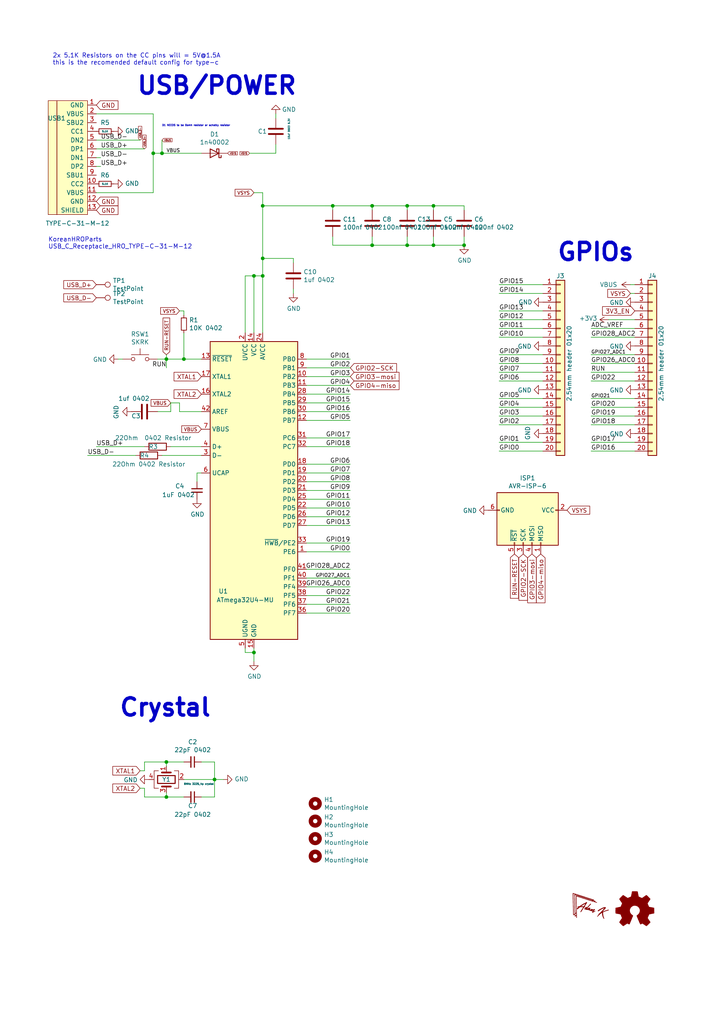
<source format=kicad_sch>
(kicad_sch (version 20211123) (generator eeschema)
  (paper "A4" portrait)
  (title_block (date "2020-12-18"))
  (lib_symbols
    (symbol "Connector:AVR-ISP-6" (pin_names (offset 1.016))
      (property "Reference" "J" (at -6.35 11.43 0))
      (property "Value" "AVR-ISP-6" (at 0 11.43 0))
      (symbol "AVR-ISP-6_1_1"
        (pin passive line (at 10.16 5.08 180) (length 2.54) (name "MISO") (number "1"))
        (pin passive line (at -2.54 12.7 270) (length 2.54) (name "VCC") (number "2"))
        (pin passive line (at 10.16 0 180) (length 2.54) (name "SCK") (number "3"))
        (pin passive line (at 10.16 2.54 180) (length 2.54) (name "MOSI") (number "4"))
        (pin passive line (at 10.16 -2.54 180) (length 2.54) (name "~{RST}") (number "5"))
        (pin passive line (at -2.54 -10.16 90) (length 2.54) (name "GND") (number "6"))
      )
    )
    (symbol "Connector:TestPoint" (pin_numbers hide) (pin_names (offset 0.762) hide)
      (property "Reference" "TP" (at 0 6.858 0))
      (property "Value" "TestPoint" (at 0 5.08 0))
      (symbol "TestPoint_1_1"
        (pin passive line (at 0 0 90) (length 2.54) (name "1") (number "1"))
      )
    )
    (symbol "Connector_Generic:Conn_01x20" (pin_names (offset 1.016) hide)
      (property "Reference" "J" (at 0 25.4 0))
      (property "Value" "Conn_01x20" (at 0 -27.94 0))
      (symbol "Conn_01x20_1_1"
        (pin passive line (at -5.08 22.86 0) (length 3.81) (name "Pin_1") (number "1"))
        (pin passive line (at -5.08 0 0) (length 3.81) (name "Pin_10") (number "10"))
        (pin passive line (at -5.08 -2.54 0) (length 3.81) (name "Pin_11") (number "11"))
        (pin passive line (at -5.08 -5.08 0) (length 3.81) (name "Pin_12") (number "12"))
        (pin passive line (at -5.08 -7.62 0) (length 3.81) (name "Pin_13") (number "13"))
        (pin passive line (at -5.08 -10.16 0) (length 3.81) (name "Pin_14") (number "14"))
        (pin passive line (at -5.08 -12.7 0) (length 3.81) (name "Pin_15") (number "15"))
        (pin passive line (at -5.08 -15.24 0) (length 3.81) (name "Pin_16") (number "16"))
        (pin passive line (at -5.08 -17.78 0) (length 3.81) (name "Pin_17") (number "17"))
        (pin passive line (at -5.08 -20.32 0) (length 3.81) (name "Pin_18") (number "18"))
        (pin passive line (at -5.08 -22.86 0) (length 3.81) (name "Pin_19") (number "19"))
        (pin passive line (at -5.08 20.32 0) (length 3.81) (name "Pin_2") (number "2"))
        (pin passive line (at -5.08 -25.4 0) (length 3.81) (name "Pin_20") (number "20"))
        (pin passive line (at -5.08 17.78 0) (length 3.81) (name "Pin_3") (number "3"))
        (pin passive line (at -5.08 15.24 0) (length 3.81) (name "Pin_4") (number "4"))
        (pin passive line (at -5.08 12.7 0) (length 3.81) (name "Pin_5") (number "5"))
        (pin passive line (at -5.08 10.16 0) (length 3.81) (name "Pin_6") (number "6"))
        (pin passive line (at -5.08 7.62 0) (length 3.81) (name "Pin_7") (number "7"))
        (pin passive line (at -5.08 5.08 0) (length 3.81) (name "Pin_8") (number "8"))
        (pin passive line (at -5.08 2.54 0) (length 3.81) (name "Pin_9") (number "9"))
      )
    )
    (symbol "Device:C" (pin_numbers hide) (pin_names (offset 0.254))
      (property "Reference" "C" (at 0.635 2.54 0))
      (property "Value" "C" (at 0.635 -2.54 0))
      (symbol "C_1_1"
        (pin passive line (at 0 3.81 270) (length 2.794) (name "~") (number "1"))
        (pin passive line (at 0 -3.81 90) (length 2.794) (name "~") (number "2"))
      )
    )
    (symbol "Device:C_Small" (pin_numbers hide) (pin_names (offset 0.254) hide)
      (property "Reference" "C" (at 0.254 1.778 0))
      (property "Value" "C_Small" (at 0.254 -2.032 0))
      (symbol "C_Small_1_1"
        (pin passive line (at 0 2.54 270) (length 2.032) (name "~") (number "1"))
        (pin passive line (at 0 -2.54 90) (length 2.032) (name "~") (number "2"))
      )
    )
    (symbol "Device:Crystal_GND24" (pin_names (offset 1.016) hide)
      (property "Reference" "Y" (at 3.175 5.08 0))
      (property "Value" "Crystal_GND24" (at 3.175 3.175 0))
      (symbol "Crystal_GND24_1_1"
        (pin passive line (at -3.81 0 0) (length 1.27) (name "1") (number "1"))
        (pin passive line (at 0 5.08 270) (length 1.27) (name "2") (number "2"))
        (pin passive line (at 3.81 0 180) (length 1.27) (name "3") (number "3"))
        (pin passive line (at 0 -5.08 90) (length 1.27) (name "4") (number "4"))
      )
    )
    (symbol "Device:D_Schottky" (pin_numbers hide) (pin_names (offset 1.016) hide)
      (property "Reference" "D" (at 0 2.54 0))
      (property "Value" "D_Schottky" (at 0 -2.54 0))
      (symbol "D_Schottky_1_1"
        (pin passive line (at -3.81 0 0) (length 2.54) (name "K") (number "1"))
        (pin passive line (at 3.81 0 180) (length 2.54) (name "A") (number "2"))
      )
    )
    (symbol "Device:R" (pin_numbers hide) (pin_names (offset 0))
      (property "Reference" "R" (at 2.032 0 90))
      (property "Value" "R" (at 0 0 90))
      (symbol "R_1_1"
        (pin passive line (at 0 3.81 270) (length 1.27) (name "~") (number "1"))
        (pin passive line (at 0 -3.81 90) (length 1.27) (name "~") (number "2"))
      )
    )
    (symbol "Device:R_Small" (pin_numbers hide) (pin_names (offset 0.254) hide)
      (property "Reference" "R" (at 0.762 0.508 0))
      (property "Value" "R_Small" (at 0.762 -1.016 0))
      (symbol "R_Small_1_1"
        (pin passive line (at 0 2.54 270) (length 0.762) (name "~") (number "1"))
        (pin passive line (at 0 -2.54 90) (length 0.762) (name "~") (number "2"))
      )
    )
    (symbol "Graphic:Logo_Open_Hardware_Small" (pin_names (offset 1.016)))
    (symbol "MCU_Microchip_ATmega:ATmega32U4-MU"
      (property "Reference" "U" (at -12.7 44.45 0))
      (property "Value" "MCU_Microchip_ATmega_ATmega32U4-MU" (at 2.54 -44.45 0))
      (symbol "ATmega32U4-MU_1_1"
        (pin bidirectional line (at 15.24 -17.78 180) (length 2.54) (name "PE6") (number "1"))
        (pin bidirectional line (at 15.24 33.02 180) (length 2.54) (name "PB2") (number "10"))
        (pin bidirectional line (at 15.24 30.48 180) (length 2.54) (name "PB3") (number "11"))
        (pin bidirectional line (at 15.24 20.32 180) (length 2.54) (name "PB7") (number "12"))
        (pin input line (at -15.24 38.1 0) (length 2.54) (name "~{RESET}") (number "13"))
        (pin power_in line (at 0 45.72 270) (length 2.54) (name "VCC") (number "14"))
        (pin power_in line (at 0 -45.72 90) (length 2.54) (name "GND") (number "15"))
        (pin output line (at -15.24 27.94 0) (length 2.54) (name "XTAL2") (number "16"))
        (pin input line (at -15.24 33.02 0) (length 2.54) (name "XTAL1") (number "17"))
        (pin bidirectional line (at 15.24 7.62 180) (length 2.54) (name "PD0") (number "18"))
        (pin bidirectional line (at 15.24 5.08 180) (length 2.54) (name "PD1") (number "19"))
        (pin power_in line (at -2.54 45.72 270) (length 2.54) (name "UVCC") (number "2"))
        (pin bidirectional line (at 15.24 2.54 180) (length 2.54) (name "PD2") (number "20"))
        (pin bidirectional line (at 15.24 0 180) (length 2.54) (name "PD3") (number "21"))
        (pin bidirectional line (at 15.24 -5.08 180) (length 2.54) (name "PD5") (number "22"))
        (pin passive line (at 0 -45.72 90) (length 2.54) hide (name "GND") (number "23"))
        (pin power_in line (at 2.54 45.72 270) (length 2.54) (name "AVCC") (number "24"))
        (pin bidirectional line (at 15.24 -2.54 180) (length 2.54) (name "PD4") (number "25"))
        (pin bidirectional line (at 15.24 -7.62 180) (length 2.54) (name "PD6") (number "26"))
        (pin bidirectional line (at 15.24 -10.16 180) (length 2.54) (name "PD7") (number "27"))
        (pin bidirectional line (at 15.24 27.94 180) (length 2.54) (name "PB4") (number "28"))
        (pin bidirectional line (at 15.24 25.4 180) (length 2.54) (name "PB5") (number "29"))
        (pin bidirectional line (at -15.24 10.16 0) (length 2.54) (name "D-") (number "3"))
        (pin bidirectional line (at 15.24 22.86 180) (length 2.54) (name "PB6") (number "30"))
        (pin bidirectional line (at 15.24 15.24 180) (length 2.54) (name "PC6") (number "31"))
        (pin bidirectional line (at 15.24 12.7 180) (length 2.54) (name "PC7") (number "32"))
        (pin bidirectional line (at 15.24 -15.24 180) (length 2.54) (name "~{HWB}/PE2") (number "33"))
        (pin passive line (at 0 45.72 270) (length 2.54) hide (name "VCC") (number "34"))
        (pin passive line (at 0 -45.72 90) (length 2.54) hide (name "GND") (number "35"))
        (pin bidirectional line (at 15.24 -35.56 180) (length 2.54) (name "PF7") (number "36"))
        (pin bidirectional line (at 15.24 -33.02 180) (length 2.54) (name "PF6") (number "37"))
        (pin bidirectional line (at 15.24 -30.48 180) (length 2.54) (name "PF5") (number "38"))
        (pin bidirectional line (at 15.24 -27.94 180) (length 2.54) (name "PF4") (number "39"))
        (pin bidirectional line (at -15.24 12.7 0) (length 2.54) (name "D+") (number "4"))
        (pin bidirectional line (at 15.24 -25.4 180) (length 2.54) (name "PF1") (number "40"))
        (pin bidirectional line (at 15.24 -22.86 180) (length 2.54) (name "PF0") (number "41"))
        (pin passive line (at -15.24 22.86 0) (length 2.54) (name "AREF") (number "42"))
        (pin passive line (at 0 -45.72 90) (length 2.54) hide (name "GND") (number "43"))
        (pin passive line (at 2.54 45.72 270) (length 2.54) hide (name "AVCC") (number "44"))
        (pin passive line (at 0 -45.72 90) (length 2.54) hide (name "GND") (number "45"))
        (pin passive line (at -2.54 -45.72 90) (length 2.54) (name "UGND") (number "5"))
        (pin passive line (at -15.24 5.08 0) (length 2.54) (name "UCAP") (number "6"))
        (pin input line (at -15.24 17.78 0) (length 2.54) (name "VBUS") (number "7"))
        (pin bidirectional line (at 15.24 38.1 180) (length 2.54) (name "PB0") (number "8"))
        (pin bidirectional line (at 15.24 35.56 180) (length 2.54) (name "PB1") (number "9"))
      )
    )
    (symbol "Mechanical:MountingHole" (pin_names (offset 1.016))
      (property "Reference" "H" (at 0 5.08 0))
      (property "Value" "MountingHole" (at 0 3.175 0))
    )
    (symbol "Switch:SW_Push" (pin_numbers hide) (pin_names (offset 1.016) hide)
      (property "Reference" "SW" (at 1.27 2.54 0))
      (property "Value" "SW_Push" (at 0 -1.524 0))
      (symbol "SW_Push_0_1"
        (pin passive line (at -5.08 0 0) (length 2.54) (name "1") (number "1"))
        (pin passive line (at 5.08 0 180) (length 2.54) (name "2") (number "2"))
      )
    )
    (symbol "Type-C:HRO-TYPE-C-31-M-12" (pin_names (offset 1.016))
      (property "Reference" "USB" (at -5.08 16.51 0))
      (property "Value" "HRO-TYPE-C-31-M-12" (at -10.16 -1.27 90))
      (symbol "HRO-TYPE-C-31-M-12_1_1"
        (pin input line (at 2.54 13.97 180) (length 2.54) (name "GND") (number "1"))
        (pin input line (at 2.54 -8.89 180) (length 2.54) (name "CC2") (number "10"))
        (pin input line (at 2.54 -11.43 180) (length 2.54) (name "VBUS") (number "11"))
        (pin input line (at 2.54 -13.97 180) (length 2.54) (name "GND") (number "12"))
        (pin input line (at 2.54 -16.51 180) (length 2.54) (name "SHIELD") (number "13"))
        (pin input line (at 2.54 11.43 180) (length 2.54) (name "VBUS") (number "2"))
        (pin input line (at 2.54 8.89 180) (length 2.54) (name "SBU2") (number "3"))
        (pin input line (at 2.54 6.35 180) (length 2.54) (name "CC1") (number "4"))
        (pin input line (at 2.54 3.81 180) (length 2.54) (name "DN2") (number "5"))
        (pin input line (at 2.54 1.27 180) (length 2.54) (name "DP1") (number "6"))
        (pin input line (at 2.54 -1.27 180) (length 2.54) (name "DN1") (number "7"))
        (pin input line (at 2.54 -3.81 180) (length 2.54) (name "DP2") (number "8"))
        (pin input line (at 2.54 -6.35 180) (length 2.54) (name "SBU1") (number "9"))
      )
    )
    (symbol "logo:LOGO" (pin_names (offset 1.016)))
    (symbol "power:+3V3" (power) (pin_names (offset 0))
      (property "Value" "+3V3" (at 0 3.556 0))
      (symbol "+3V3_1_1"
        (pin power_in line (at 0 0 90) (length 0) hide (name "+3V3") (number "1"))
      )
    )
    (symbol "power:GND" (power) (pin_names (offset 0))
      (property "Value" "GND" (at 0 -3.81 0))
      (symbol "GND_1_1"
        (pin power_in line (at 0 0 270) (length 0) hide (name "GND") (number "1"))
      )
    )
    (symbol "power:VBUS" (power) (pin_names (offset 0))
      (property "Value" "VBUS" (at 0 3.81 0))
      (symbol "VBUS_1_1"
        (pin power_in line (at 0 0 90) (length 0) hide (name "VBUS") (number "1"))
      )
    )
  )
  (junction (at 46.99 44.45))
  (junction (at 118.11 59.69))
  (junction (at 118.11 71.12))
  (junction (at 96.52 59.69))
  (junction (at 125.73 71.12))
  (junction (at 76.2 74.93))
  (junction (at 48.26 220.98))
  (junction (at 73.66 189.23))
  (junction (at 107.95 71.12))
  (junction (at 73.66 80.01))
  (junction (at 76.2 59.69))
  (junction (at 62.23 226.06))
  (junction (at 48.26 231.14))
  (junction (at 48.26 104.14))
  (junction (at 134.62 71.12))
  (junction (at 125.73 59.69))
  (junction (at 107.95 59.69))
  (junction (at 53.34 104.14))
  (junction (at 44.45 44.45))
  (junction (at 76.2 80.01))
  (wire (pts (xy 34.29 104.14) (xy 35.56 104.14)))
  (wire (pts (xy 41.91 220.98) (xy 48.26 220.98)))
  (wire (pts (xy 53.34 226.06) (xy 62.23 226.06)))
  (wire (pts (xy 96.52 71.12) (xy 107.95 71.12)))
  (wire (pts (xy 88.9 165.1) (xy 101.6 165.1)))
  (wire (pts (xy 76.2 55.88) (xy 76.2 59.69)))
  (wire (pts (xy 88.9 172.72) (xy 101.6 172.72)))
  (wire (pts (xy 58.42 231.14) (xy 62.23 231.14)))
  (wire (pts (xy 118.11 59.69) (xy 125.73 59.69)))
  (wire (pts (xy 27.94 45.72) (xy 29.21 45.72)))
  (wire (pts (xy 53.34 90.17) (xy 53.34 91.44)))
  (wire (pts (xy 88.9 139.7) (xy 101.6 139.7)))
  (wire (pts (xy 144.78 115.57) (xy 157.48 115.57)))
  (wire (pts (xy 71.12 80.01) (xy 73.66 80.01)))
  (wire (pts (xy 73.66 187.96) (xy 73.66 189.23)))
  (wire (pts (xy 184.15 120.65) (xy 171.45 120.65)))
  (wire (pts (xy 157.48 120.65) (xy 144.78 120.65)))
  (wire (pts (xy 184.15 95.25) (xy 171.45 95.25)))
  (wire (pts (xy 27.94 40.64) (xy 40.64 40.64)))
  (wire (pts (xy 96.52 68.58) (xy 96.52 71.12)))
  (wire (pts (xy 125.73 71.12) (xy 134.62 71.12)))
  (wire (pts (xy 184.15 105.41) (xy 171.45 105.41)))
  (wire (pts (xy 96.52 59.69) (xy 107.95 59.69)))
  (wire (pts (xy 53.34 96.52) (xy 53.34 104.14)))
  (wire (pts (xy 88.9 106.68) (xy 101.6 106.68)))
  (wire (pts (xy 107.95 60.96) (xy 107.95 59.69)))
  (wire (pts (xy 48.26 106.68) (xy 48.26 104.14)))
  (wire (pts (xy 88.9 114.3) (xy 101.6 114.3)))
  (wire (pts (xy 182.88 82.55) (xy 184.15 82.55)))
  (wire (pts (xy 88.9 152.4) (xy 101.6 152.4)))
  (wire (pts (xy 88.9 167.64) (xy 101.6 167.64)))
  (wire (pts (xy 88.9 175.26) (xy 101.6 175.26)))
  (wire (pts (xy 73.66 189.23) (xy 73.66 191.77)))
  (wire (pts (xy 48.26 222.25) (xy 48.26 220.98)))
  (wire (pts (xy 157.48 102.87) (xy 144.78 102.87)))
  (wire (pts (xy 184.15 110.49) (xy 171.45 110.49)))
  (wire (pts (xy 171.45 107.95) (xy 184.15 107.95)))
  (wire (pts (xy 157.48 118.11) (xy 144.78 118.11)))
  (wire (pts (xy 44.45 44.45) (xy 46.99 44.45)))
  (wire (pts (xy 157.48 82.55) (xy 144.78 82.55)))
  (wire (pts (xy 52.07 116.84) (xy 52.07 119.38)))
  (wire (pts (xy 107.95 59.69) (xy 118.11 59.69)))
  (wire (pts (xy 41.91 223.52) (xy 41.91 220.98)))
  (wire (pts (xy 118.11 68.58) (xy 118.11 71.12)))
  (wire (pts (xy 88.9 127) (xy 101.6 127)))
  (wire (pts (xy 118.11 59.69) (xy 118.11 60.96)))
  (wire (pts (xy 144.78 97.79) (xy 157.48 97.79)))
  (wire (pts (xy 41.91 228.6) (xy 41.91 231.14)))
  (wire (pts (xy 184.15 128.27) (xy 171.45 128.27)))
  (wire (pts (xy 46.99 44.45) (xy 58.42 44.45)))
  (wire (pts (xy 157.48 130.81) (xy 144.78 130.81)))
  (wire (pts (xy 101.6 147.32) (xy 88.9 147.32)))
  (wire (pts (xy 88.9 177.8) (xy 101.6 177.8)))
  (wire (pts (xy 101.6 121.92) (xy 88.9 121.92)))
  (wire (pts (xy 58.42 132.08) (xy 46.99 132.08)))
  (wire (pts (xy 184.15 115.57) (xy 171.45 115.57)))
  (wire (pts (xy 44.45 55.88) (xy 27.94 55.88)))
  (wire (pts (xy 101.6 142.24) (xy 88.9 142.24)))
  (wire (pts (xy 184.15 97.79) (xy 171.45 97.79)))
  (wire (pts (xy 48.26 229.87) (xy 48.26 231.14)))
  (wire (pts (xy 80.01 34.29) (xy 80.01 33.02)))
  (wire (pts (xy 88.9 129.54) (xy 101.6 129.54)))
  (wire (pts (xy 40.64 228.6) (xy 41.91 228.6)))
  (wire (pts (xy 184.15 102.87) (xy 171.45 102.87)))
  (wire (pts (xy 57.15 139.7) (xy 57.15 137.16)))
  (wire (pts (xy 88.9 157.48) (xy 101.6 157.48)))
  (wire (pts (xy 80.01 41.91) (xy 80.01 44.45)))
  (wire (pts (xy 49.53 116.84) (xy 52.07 116.84)))
  (wire (pts (xy 44.45 33.02) (xy 44.45 44.45)))
  (wire (pts (xy 71.12 189.23) (xy 71.12 187.96)))
  (wire (pts (xy 76.2 80.01) (xy 76.2 96.52)))
  (wire (pts (xy 88.9 111.76) (xy 101.6 111.76)))
  (wire (pts (xy 85.09 83.82) (xy 85.09 85.09)))
  (wire (pts (xy 176.53 92.71) (xy 184.15 92.71)))
  (wire (pts (xy 184.15 85.09) (xy 182.88 85.09)))
  (wire (pts (xy 76.2 59.69) (xy 96.52 59.69)))
  (wire (pts (xy 88.9 109.22) (xy 101.6 109.22)))
  (wire (pts (xy 157.48 123.19) (xy 144.78 123.19)))
  (wire (pts (xy 125.73 59.69) (xy 125.73 60.96)))
  (wire (pts (xy 88.9 149.86) (xy 101.6 149.86)))
  (wire (pts (xy 71.12 80.01) (xy 71.12 96.52)))
  (wire (pts (xy 96.52 60.96) (xy 96.52 59.69)))
  (wire (pts (xy 73.66 189.23) (xy 71.12 189.23)))
  (wire (pts (xy 48.26 104.14) (xy 48.26 102.87)))
  (wire (pts (xy 157.48 85.09) (xy 144.78 85.09)))
  (wire (pts (xy 76.2 74.93) (xy 85.09 74.93)))
  (wire (pts (xy 157.48 90.17) (xy 144.78 90.17)))
  (wire (pts (xy 107.95 71.12) (xy 118.11 71.12)))
  (wire (pts (xy 53.34 104.14) (xy 48.26 104.14)))
  (wire (pts (xy 48.26 220.98) (xy 53.34 220.98)))
  (wire (pts (xy 157.48 105.41) (xy 144.78 105.41)))
  (wire (pts (xy 125.73 71.12) (xy 118.11 71.12)))
  (wire (pts (xy 125.73 59.69) (xy 134.62 59.69)))
  (wire (pts (xy 73.66 80.01) (xy 73.66 96.52)))
  (wire (pts (xy 107.95 71.12) (xy 107.95 68.58)))
  (wire (pts (xy 134.62 71.12) (xy 134.62 68.58)))
  (wire (pts (xy 184.15 118.11) (xy 171.45 118.11)))
  (wire (pts (xy 45.72 119.38) (xy 49.53 119.38)))
  (wire (pts (xy 62.23 231.14) (xy 62.23 226.06)))
  (wire (pts (xy 39.37 132.08) (xy 25.4 132.08)))
  (wire (pts (xy 76.2 74.93) (xy 76.2 80.01)))
  (wire (pts (xy 48.26 231.14) (xy 53.34 231.14)))
  (wire (pts (xy 46.99 44.45) (xy 46.99 40.64)))
  (wire (pts (xy 88.9 160.02) (xy 101.6 160.02)))
  (wire (pts (xy 88.9 119.38) (xy 101.6 119.38)))
  (wire (pts (xy 101.6 134.62) (xy 88.9 134.62)))
  (wire (pts (xy 72.39 44.45) (xy 80.01 44.45)))
  (wire (pts (xy 49.53 129.54) (xy 58.42 129.54)))
  (wire (pts (xy 76.2 59.69) (xy 76.2 74.93)))
  (wire (pts (xy 73.66 55.88) (xy 76.2 55.88)))
  (wire (pts (xy 27.94 48.26) (xy 29.21 48.26)))
  (wire (pts (xy 62.23 220.98) (xy 58.42 220.98)))
  (wire (pts (xy 88.9 170.18) (xy 101.6 170.18)))
  (wire (pts (xy 41.91 129.54) (xy 27.94 129.54)))
  (wire (pts (xy 58.42 104.14) (xy 53.34 104.14)))
  (wire (pts (xy 52.07 90.17) (xy 53.34 90.17)))
  (wire (pts (xy 184.15 123.19) (xy 171.45 123.19)))
  (wire (pts (xy 27.94 43.18) (xy 41.91 43.18)))
  (wire (pts (xy 157.48 107.95) (xy 144.78 107.95)))
  (wire (pts (xy 49.53 119.38) (xy 49.53 116.84)))
  (wire (pts (xy 157.48 92.71) (xy 144.78 92.71)))
  (wire (pts (xy 27.94 33.02) (xy 44.45 33.02)))
  (wire (pts (xy 73.66 80.01) (xy 76.2 80.01)))
  (wire (pts (xy 88.9 144.78) (xy 101.6 144.78)))
  (wire (pts (xy 101.6 137.16) (xy 88.9 137.16)))
  (wire (pts (xy 125.73 68.58) (xy 125.73 71.12)))
  (wire (pts (xy 184.15 130.81) (xy 171.45 130.81)))
  (wire (pts (xy 48.26 104.14) (xy 45.72 104.14)))
  (wire (pts (xy 44.45 44.45) (xy 44.45 55.88)))
  (wire (pts (xy 57.15 137.16) (xy 58.42 137.16)))
  (wire (pts (xy 62.23 226.06) (xy 64.77 226.06)))
  (wire (pts (xy 157.48 128.27) (xy 144.78 128.27)))
  (wire (pts (xy 88.9 104.14) (xy 101.6 104.14)))
  (wire (pts (xy 144.78 110.49) (xy 157.48 110.49)))
  (wire (pts (xy 41.91 231.14) (xy 48.26 231.14)))
  (wire (pts (xy 134.62 59.69) (xy 134.62 60.96)))
  (wire (pts (xy 52.07 119.38) (xy 58.42 119.38)))
  (wire (pts (xy 157.48 95.25) (xy 144.78 95.25)))
  (wire (pts (xy 88.9 116.84) (xy 101.6 116.84)))
  (wire (pts (xy 62.23 226.06) (xy 62.23 220.98)))
  (wire (pts (xy 40.64 223.52) (xy 41.91 223.52)))
  (wire (pts (xy 85.09 76.2) (xy 85.09 74.93)))
  (text "KoreanHROParts \nUSB_C_Receptacle_HRO_TYPE-C-31-M-12" (at 13.97 72.39 0) (effects (font (size 1.27 1.27)) (justify left bottom)))
  (text "GPIOs" (at 161.29 76.2 0) (effects (font (size 5.0038 5.0038) (thickness 1.0008) bold) (justify left bottom)))
  (text "D1 NEEDS to be 0omh resistor or schotky resistor" (at 46.99 36.83 0) (effects (font (size 0.508 0.508)) (justify left bottom)))
  (text "Crystal" (at 34.29 208.28 0) (effects (font (size 5.0038 5.0038) (thickness 1.0008) bold) (justify left bottom)))
  (text "USB/POWER" (at 39.37 27.94 0) (effects (font (size 5.0038 5.0038) (thickness 1.0008) bold) (justify left bottom)))
  (text "2x 5.1K Resistors on the CC pins will = 5V@1.5A\nthis is the recomended default config for type-c" (at 15.24 19.05 0) (effects (font (size 1.27 1.27)) (justify left bottom)))
  (label "GPIO12" (at 144.78 92.71 0))
  (label "GPIO5" (at 101.6 121.92 180))
  (label "GPIO3" (at 101.6 109.22 180))
  (label "GPIO16" (at 101.6 119.38 180))
  (label "GPIO17" (at 171.45 128.27 0))
  (label "GPIO22" (at 101.6 172.72 180))
  (label "USB_D-" (at 29.21 45.72 0))
  (label "ADC_VREF" (at 171.45 95.25 0))
  (label "GPIO15" (at 144.78 82.55 0))
  (label "GPIO4" (at 101.6 111.76 180))
  (label "GPIO19" (at 101.6 157.48 180))
  (label "USB_D-" (at 25.4 132.08 0))
  (label "GPIO10" (at 144.78 97.79 0))
  (label "GPIO3" (at 144.78 120.65 0))
  (label "GPIO7" (at 101.6 137.16 180))
  (label "RUN" (at 48.26 106.68 180))
  (label "GPIO27_ADC1" (at 101.6 167.64 180) (effects (font (size 0.9906 0.9906))))
  (label "GPIO6" (at 101.6 134.62 180))
  (label "GPIO14" (at 144.78 85.09 0))
  (label "GPIO11" (at 101.6 144.78 180))
  (label "GPIO10" (at 101.6 147.32 180))
  (label "GPIO9" (at 101.6 142.24 180))
  (label "GPIO12" (at 101.6 149.86 180))
  (label "GPIO2" (at 144.78 123.19 0))
  (label "GPIO16" (at 171.45 130.81 0))
  (label "GPIO0" (at 101.6 160.02 180))
  (label "GPIO15" (at 101.6 116.84 180))
  (label "GPIO14" (at 101.6 114.3 180))
  (label "RUN" (at 171.45 107.95 0))
  (label "USB_D+" (at 29.21 48.26 0))
  (label "GPIO18" (at 101.6 129.54 180))
  (label "GPIO6" (at 144.78 110.49 0))
  (label "GPIO26_ADC0" (at 171.45 105.41 0))
  (label "GPIO26_ADC0" (at 101.6 170.18 180))
  (label "USB_D-" (at 29.21 40.64 0))
  (label "GPIO20" (at 101.6 177.8 180))
  (label "GPIO18" (at 171.45 123.19 0))
  (label "GPIO7" (at 144.78 107.95 0))
  (label "GPIO20" (at 171.45 118.11 0))
  (label "GPIO9" (at 144.78 102.87 0))
  (label "GPIO8" (at 144.78 105.41 0))
  (label "GPIO1" (at 144.78 128.27 0))
  (label "USB_D+" (at 27.94 129.54 0))
  (label "GPIO5" (at 144.78 115.57 0))
  (label "GPIO22" (at 171.45 110.49 0))
  (label "GPIO27_ADC1" (at 171.45 102.87 0) (effects (font (size 0.9906 0.9906))))
  (label "GPIO0" (at 144.78 130.81 0))
  (label "GPIO4" (at 144.78 118.11 0))
  (label "GPIO28_ADC2" (at 101.6 165.1 180))
  (label "USB_D+" (at 29.21 43.18 0))
  (label "GPIO17" (at 101.6 127 180))
  (label "GPIO11" (at 144.78 95.25 0))
  (label "GPIO21" (at 101.6 175.26 180))
  (label "GPIO13" (at 144.78 90.17 0))
  (label "VBUS" (at 48.26 44.45 0) (effects (font (size 0.9906 0.9906))))
  (label "GPIO1" (at 101.6 104.14 180))
  (label "GPIO19" (at 171.45 120.65 0))
  (label "GPIO28_ADC2" (at 171.45 97.79 0))
  (label "GPIO21" (at 171.45 115.57 0) (effects (font (size 0.9906 0.9906))))
  (label "GPIO8" (at 101.6 139.7 180))
  (label "GPIO13" (at 101.6 152.4 180))
  (label "GPIO2" (at 101.6 106.68 180))
  (global_label "VSYS" (shape input) (at 66.04 44.45 0) (effects (font (size 0.508 0.508))) (property "Intersheet References" "${INTERSHEET_REFS}" (effects hide)))
  (global_label "RUN-RESET" (shape input) (at 48.26 102.87 90) (effects (font (size 0.9906 0.9906))) (property "Intersheet References" "${INTERSHEET_REFS}" (effects hide)))
  (global_label "USB_D-" (shape input) (at 40.64 40.64 90) (effects (font (size 0.508 0.508))) (property "Intersheet References" "${INTERSHEET_REFS}" (effects hide)))
  (global_label "XTAL1" (shape input) (at 40.64 223.52 180) (property "Intersheet References" "${INTERSHEET_REFS}" (effects hide)))
  (global_label "VSYS" (shape input) (at 73.66 55.88 180) (effects (font (size 0.9906 0.9906))) (property "Intersheet References" "${INTERSHEET_REFS}" (effects hide)))
  (global_label "XTAL2" (shape input) (at 58.42 114.3 180) (property "Intersheet References" "${INTERSHEET_REFS}" (effects hide)))
  (global_label "VBUS" (shape input) (at 46.99 40.64 0) (effects (font (size 0.508 0.508))) (property "Intersheet References" "${INTERSHEET_REFS}" (effects hide)))
  (global_label "GPIO2-SCK" (shape input) (at 101.6 106.68 0) (property "Intersheet References" "${INTERSHEET_REFS}" (effects hide)))
  (global_label "3V3_EN" (shape input) (at 184.15 90.17 180) (property "Intersheet References" "${INTERSHEET_REFS}" (effects hide)))
  (global_label "VSYS" (shape input) (at 164.465 147.955 0) (effects (font (size 1.1938 1.1938))) (property "Intersheet References" "${INTERSHEET_REFS}" (effects hide)))
  (global_label "USB_D+" (shape input) (at 27.94 82.55 180) (effects (font (size 1.1938 1.1938))) (property "Intersheet References" "${INTERSHEET_REFS}" (effects hide)))
  (global_label "GPIO3-mosi" (shape input) (at 154.305 160.655 270) (property "Intersheet References" "${INTERSHEET_REFS}" (effects hide)))
  (global_label "USB_D-" (shape input) (at 27.94 86.36 180) (effects (font (size 1.1938 1.1938))) (property "Intersheet References" "${INTERSHEET_REFS}" (effects hide)))
  (global_label "VBUS" (shape input) (at 49.53 116.84 180) (effects (font (size 0.9906 0.9906))) (property "Intersheet References" "${INTERSHEET_REFS}" (effects hide)))
  (global_label "VSYS" (shape input) (at 182.88 85.09 180) (effects (font (size 1.1938 1.1938))) (property "Intersheet References" "${INTERSHEET_REFS}" (effects hide)))
  (global_label "USB_D+" (shape input) (at 41.91 43.18 90) (effects (font (size 0.508 0.508))) (property "Intersheet References" "${INTERSHEET_REFS}" (effects hide)))
  (global_label "GND" (shape input) (at 27.94 58.42 0) (property "Intersheet References" "${INTERSHEET_REFS}" (effects hide)))
  (global_label "VBUS" (shape input) (at 58.42 124.46 180) (effects (font (size 0.9906 0.9906))) (property "Intersheet References" "${INTERSHEET_REFS}" (effects hide)))
  (global_label "VSYS" (shape input) (at 72.39 44.45 180) (effects (font (size 0.508 0.508))) (property "Intersheet References" "${INTERSHEET_REFS}" (effects hide)))
  (global_label "XTAL2" (shape input) (at 40.64 228.6 180) (property "Intersheet References" "${INTERSHEET_REFS}" (effects hide)))
  (global_label "VSYS" (shape input) (at 52.07 90.17 180) (effects (font (size 0.9906 0.9906))) (property "Intersheet References" "${INTERSHEET_REFS}" (effects hide)))
  (global_label "GND" (shape input) (at 27.94 30.48 0) (property "Intersheet References" "${INTERSHEET_REFS}" (effects hide)))
  (global_label "GPIO2-SCK" (shape input) (at 151.765 160.655 270) (property "Intersheet References" "${INTERSHEET_REFS}" (effects hide)))
  (global_label "XTAL1" (shape input) (at 58.42 109.22 180) (property "Intersheet References" "${INTERSHEET_REFS}" (effects hide)))
  (global_label "GPIO4-miso" (shape input) (at 156.845 160.655 270) (property "Intersheet References" "${INTERSHEET_REFS}" (effects hide)))
  (global_label "GND" (shape input) (at 27.94 60.96 0) (property "Intersheet References" "${INTERSHEET_REFS}" (effects hide)))
  (global_label "GPIO4-miso" (shape input) (at 101.6 111.76 0) (property "Intersheet References" "${INTERSHEET_REFS}" (effects hide)))
  (global_label "RUN-RESET" (shape input) (at 149.225 160.655 270) (effects (font (size 1.1938 1.1938))) (property "Intersheet References" "${INTERSHEET_REFS}" (effects hide)))
  (global_label "GPIO3-mosi" (shape input) (at 101.6 109.22 0) (property "Intersheet References" "${INTERSHEET_REFS}" (effects hide)))
  (symbol (lib_id "Type-C:HRO-TYPE-C-31-M-12") (at 25.4 44.45 0) (unit 1)
    (property "Reference" "USB1" (at 19.05 34.29 0) (effects (justify right)))
    (property "Value" "TYPE-C-31-M-12" (at 31.75 64.77 0) (effects (justify right)))
    (property "Footprint" "HRO-TYPE-C31-M-12:HRO-TYPE-C-31-M-12" (effects hide))
  )
  (symbol (lib_id "power:GND") (at 73.66 191.77 0) (unit 1)
    (property "Reference" "#PWR016" (effects hide))
    (property "Value" "GND" (at 73.787 196.1642 0))
  )
  (symbol (lib_id "Device:R") (at 45.72 129.54 90) (unit 1)
    (property "Reference" "R3" (at 44.45 129.54 90))
    (property "Value" " 22Ohm  0402 Resistor" (at 44.45 127 90))
    (property "Footprint" "Capacitor_SMD:C_0402_1005Metric" (effects hide))
  )
  (symbol (lib_id "Device:R") (at 43.18 132.08 90) (unit 1)
    (property "Reference" "R4" (at 41.91 132.08 90))
    (property "Value" "22Ohm 0402 Resistor" (at 43.18 134.62 90))
    (property "Footprint" "Capacitor_SMD:C_0402_1005Metric" (effects hide))
  )
  (symbol (lib_id "power:GND") (at 157.48 125.73 270) (mirror x) (unit 1)
    (property "Reference" "#PWR020" (effects hide))
    (property "Value" "GND" (at 153.0858 125.603 0))
  )
  (symbol (lib_id "Device:C") (at 96.52 64.77 0) (unit 1)
    (property "Reference" "C11" (at 99.441 63.6016 0) (effects (justify left)))
    (property "Value" "100nf 0402" (at 99.441 65.913 0) (effects (justify left)))
    (property "Footprint" "Capacitor_SMD:C_0402_1005Metric" (effects hide))
  )
  (symbol (lib_id "Device:C") (at 85.09 80.01 0) (unit 1)
    (property "Reference" "C10" (at 88.011 78.8416 0) (effects (justify left)))
    (property "Value" "1uf 0402" (at 88.011 81.153 0) (effects (justify left)))
    (property "Footprint" "Capacitor_SMD:C_0402_1005Metric" (effects hide))
  )
  (symbol (lib_id "Mechanical:MountingHole") (at 91.44 233.045 0) (unit 1)
    (property "Reference" "H1" (at 93.98 231.8766 0) (effects (justify left)))
    (property "Value" "MountingHole" (at 93.98 234.188 0) (effects (justify left)))
    (property "Footprint" "MountingHole:MountingHole_2.2mm_M2" (effects hide))
  )
  (symbol (lib_id "Mechanical:MountingHole") (at 91.44 238.125 0) (unit 1)
    (property "Reference" "H2" (at 93.98 236.9566 0) (effects (justify left)))
    (property "Value" "MountingHole" (at 93.98 239.268 0) (effects (justify left)))
    (property "Footprint" "MountingHole:MountingHole_2.2mm_M2" (effects hide))
  )
  (symbol (lib_id "Mechanical:MountingHole") (at 91.44 243.205 0) (unit 1)
    (property "Reference" "H3" (at 93.98 242.0366 0) (effects (justify left)))
    (property "Value" "MountingHole" (at 93.98 244.348 0) (effects (justify left)))
    (property "Footprint" "MountingHole:MountingHole_2.2mm_M2" (effects hide))
  )
  (symbol (lib_id "Mechanical:MountingHole") (at 91.44 248.285 0) (unit 1)
    (property "Reference" "H4" (at 93.98 247.1166 0) (effects (justify left)))
    (property "Value" "MountingHole" (at 93.98 249.428 0) (effects (justify left)))
    (property "Footprint" "MountingHole:MountingHole_2.2mm_M2" (effects hide))
  )
  (symbol (lib_id "power:GND") (at 85.09 85.09 0) (unit 1)
    (property "Reference" "#PWR018" (effects hide))
    (property "Value" "GND" (at 85.217 89.4842 0))
  )
  (symbol (lib_id "power:VBUS") (at 182.88 82.55 90) (unit 1)
    (property "Reference" "#PWR03" (effects hide))
    (property "Value" "VBUS" (at 176.53 82.55 90))
  )
  (symbol (lib_id "Device:C") (at 80.01 38.1 180) (unit 1)
    (property "Reference" "C1" (at 77.47 38.1 0) (effects (justify left)))
    (property "Value" "10uf 0603 6.3V" (at 83.82 34.29 90) (effects (font (size 0.508 0.508)) (justify left)))
    (property "Footprint" "Capacitor_SMD:C_0603_1608Metric" (effects hide))
  )
  (symbol (lib_id "power:GND") (at 80.01 33.02 180) (unit 1)
    (property "Reference" "#PWR04" (effects hide))
    (property "Value" "GND" (at 83.82 31.75 0))
  )
  (symbol (lib_id "Connector_Generic:Conn_01x20") (at 189.23 105.41 0) (unit 1)
    (property "Reference" "J4" (at 189.23 80.01 0))
    (property "Value" "2.54mm header 01x20" (at 191.77 105.41 90))
    (property "Footprint" "Connector_PinHeader_2.54mm:PinHeader_1x20_P2.54mm_Vertical" (effects hide))
  )
  (symbol (lib_id "Connector_Generic:Conn_01x20") (at 162.56 105.41 0) (unit 1)
    (property "Reference" "J3" (at 162.56 80.01 0))
    (property "Value" "2.54mm header 01x20" (at 165.1 105.41 90))
    (property "Footprint" "Connector_PinHeader_2.54mm:PinHeader_1x20_P2.54mm_Vertical" (effects hide))
  )
  (symbol (lib_id "logo:LOGO") (at 171.45 262.89 0) (unit 1)
    (property "Reference" "#G1" (effects hide))
    (property "Value" "LOGO" (effects hide))
    (property "Footprint" "EnvExtras:logo" (effects hide))
  )
  (symbol (lib_id "Graphic:Logo_Open_Hardware_Small") (at 184.15 264.16 0) (unit 1)
    (property "Reference" "#LOGO1" (effects hide))
    (property "Value" "Logo_Open_Hardware_Small" (effects hide))
    (property "Footprint" "EnvExtras:logo" (effects hide))
  )
  (symbol (lib_id "Device:C") (at 107.95 64.77 0) (unit 1)
    (property "Reference" "C8" (at 110.871 63.6016 0) (effects (justify left)))
    (property "Value" "100nf 0402" (at 110.871 65.913 0) (effects (justify left)))
    (property "Footprint" "Capacitor_SMD:C_0402_1005Metric" (effects hide))
  )
  (symbol (lib_id "Device:C") (at 118.11 64.77 0) (unit 1)
    (property "Reference" "C13" (at 121.031 63.6016 0) (effects (justify left)))
    (property "Value" "100nf 0402" (at 121.031 65.913 0) (effects (justify left)))
    (property "Footprint" "Capacitor_SMD:C_0402_1005Metric" (effects hide))
  )
  (symbol (lib_id "Device:R_Small") (at 30.48 53.34 270) (unit 1)
    (property "Reference" "R6" (at 30.48 50.8 90))
    (property "Value" "5.1K" (at 30.48 53.34 90) (effects (font (size 0.508 0.508))))
    (property "Footprint" "Resistor_SMD:R_0402_1005Metric" (effects hide))
  )
  (symbol (lib_id "Device:R_Small") (at 30.48 38.1 270) (unit 1)
    (property "Reference" "R5" (at 30.48 35.56 90))
    (property "Value" "5.1K" (at 30.48 38.1 90) (effects (font (size 0.508 0.508))))
    (property "Footprint" "Resistor_SMD:R_0402_1005Metric" (effects hide))
  )
  (symbol (lib_id "power:GND") (at 33.02 38.1 90) (unit 1)
    (property "Reference" "#PWR0108" (effects hide))
    (property "Value" "GND" (at 36.2712 37.973 90) (effects (justify right)))
  )
  (symbol (lib_id "power:GND") (at 33.02 53.34 90) (unit 1)
    (property "Reference" "#PWR0109" (effects hide))
    (property "Value" "GND" (at 36.2712 53.213 90) (effects (justify right)))
  )
  (symbol (lib_id "power:GND") (at 157.48 87.63 270) (unit 1)
    (property "Reference" "#PWR0102" (effects hide))
    (property "Value" "GND" (at 152.4 87.63 90))
  )
  (symbol (lib_id "power:GND") (at 157.48 100.33 270) (unit 1)
    (property "Reference" "#PWR0103" (effects hide))
    (property "Value" "GND" (at 154.2288 100.457 90) (effects (justify right)))
  )
  (symbol (lib_id "power:GND") (at 157.48 113.03 270) (unit 1)
    (property "Reference" "#PWR0104" (effects hide))
    (property "Value" "GND" (at 154.2288 113.157 90) (effects (justify right)))
  )
  (symbol (lib_id "power:GND") (at 184.15 87.63 270) (unit 1)
    (property "Reference" "#PWR027" (effects hide))
    (property "Value" "GND" (at 180.8988 87.757 90) (effects (justify right)))
  )
  (symbol (lib_id "power:+3V3") (at 176.53 92.71 90) (unit 1)
    (property "Reference" "#PWR029" (effects hide))
    (property "Value" "+3V3" (at 173.2788 92.329 90) (effects (justify left)))
  )
  (symbol (lib_id "power:GND") (at 184.15 100.33 270) (unit 1)
    (property "Reference" "#PWR030" (effects hide))
    (property "Value" "GND" (at 180.8988 100.457 90) (effects (justify right)))
  )
  (symbol (lib_id "power:GND") (at 184.15 113.03 270) (unit 1)
    (property "Reference" "#PWR031" (effects hide))
    (property "Value" "GND" (at 180.8988 113.157 90) (effects (justify right)))
  )
  (symbol (lib_id "power:GND") (at 184.15 125.73 270) (unit 1)
    (property "Reference" "#PWR032" (effects hide))
    (property "Value" "GND" (at 180.8988 125.857 90) (effects (justify right)))
  )
  (symbol (lib_id "Device:D_Schottky") (at 62.23 44.45 180) (unit 1)
    (property "Reference" "D1" (at 62.23 38.9382 0))
    (property "Value" "1n40002" (at 62.23 41.2496 0))
    (property "Footprint" "Diode_SMD:D_SOD-123" (effects hide))
  )
  (symbol (lib_id "Device:R_Small") (at 53.34 93.98 0) (unit 1)
    (property "Reference" "R1" (at 54.8386 92.8116 0) (effects (justify left)))
    (property "Value" "10K 0402" (at 54.8386 95.123 0) (effects (justify left)))
    (property "Footprint" "Resistor_SMD:R_0402_1005Metric" (effects hide))
  )
  (symbol (lib_id "Switch:SW_Push") (at 40.64 104.14 0) (unit 1)
    (property "Reference" "RSW1" (at 40.64 96.901 0))
    (property "Value" "SKRK" (at 40.64 99.2124 0))
    (property "Footprint" "Button_Switch_SMD:SW_Push_SPST_NO_Alps_SKRK" (effects hide))
  )
  (symbol (lib_id "power:GND") (at 34.29 104.14 270) (unit 1)
    (property "Reference" "#PWR01" (effects hide))
    (property "Value" "GND" (at 31.0388 104.267 90) (effects (justify right)))
  )
  (symbol (lib_id "MCU_Microchip_ATmega:ATmega32U4-MU") (at 73.66 142.24 0) (unit 1)
    (property "Reference" "U1" (at 64.77 171.45 0))
    (property "Value" "ATmega32U4-MU" (at 71.12 173.99 0))
    (property "Footprint" "Package_DFN_QFN:QFN-44-1EP_7x7mm_P0.5mm_EP5.2x5.2mm" (effects hide))
    (property "Datasheet" "http://ww1.microchip.com/downloads/en/DeviceDoc/Atmel-7766-8-bit-AVR-ATmega16U4-32U4_Datasheet.pdf" (effects hide))
  )
  (symbol (lib_id "Device:Crystal_GND24") (at 48.26 226.06 270) (unit 1)
    (property "Reference" "Y1" (at 46.99 226.06 90) (effects (justify left)))
    (property "Value" "8MHz 3225_4p crystal" (at 53.34 227.33 90) (effects (font (size 0.508 0.508)) (justify left)))
    (property "Footprint" "Crystal:Crystal_SMD_3225-4Pin_3.2x2.5mm" (effects hide))
  )
  (symbol (lib_id "power:GND") (at 43.18 226.06 270) (unit 1)
    (property "Reference" "#PWR02" (effects hide))
    (property "Value" "GND" (at 39.9288 226.187 90) (effects (justify right)))
  )
  (symbol (lib_id "Device:C_Small") (at 55.88 220.98 270) (unit 1)
    (property "Reference" "C2" (at 55.88 215.1634 90))
    (property "Value" "22pF 0402" (at 55.88 217.4748 90))
    (property "Footprint" "Capacitor_SMD:C_0402_1005Metric" (effects hide))
  )
  (symbol (lib_id "Device:C_Small") (at 55.88 231.14 270) (unit 1)
    (property "Reference" "C7" (at 55.88 233.68 90))
    (property "Value" "22pF 0402" (at 55.88 236.22 90))
    (property "Footprint" "Capacitor_SMD:C_0402_1005Metric" (effects hide))
  )
  (symbol (lib_id "Device:C_Small") (at 57.15 142.24 0) (unit 1)
    (property "Reference" "C4" (at 50.8 140.97 0) (effects (justify left)))
    (property "Value" "1uF 0402" (at 46.99 143.51 0) (effects (justify left)))
    (property "Footprint" "Capacitor_SMD:C_0402_1005Metric" (effects hide))
  )
  (symbol (lib_id "power:GND") (at 57.15 144.78 0) (unit 1)
    (property "Reference" "#PWR0101" (effects hide))
    (property "Value" "GND" (at 57.277 149.1742 0))
  )
  (symbol (lib_id "power:GND") (at 64.77 226.06 90) (unit 1)
    (property "Reference" "#PWR05" (effects hide))
    (property "Value" "GND" (at 68.0212 225.933 90) (effects (justify right)))
  )
  (symbol (lib_id "Device:C") (at 41.91 119.38 270) (unit 1)
    (property "Reference" "C3" (at 38.1 120.65 90) (effects (justify left)))
    (property "Value" "1uf 0402" (at 34.29 115.57 90) (effects (justify left)))
    (property "Footprint" "Capacitor_SMD:C_0402_1005Metric" (effects hide))
  )
  (symbol (lib_id "power:GND") (at 38.1 119.38 270) (unit 1)
    (property "Reference" "#PWR0110" (effects hide))
    (property "Value" "GND" (at 33.7058 119.507 0))
  )
  (symbol (lib_id "Connector:AVR-ISP-6") (at 151.765 150.495 270) (unit 1)
    (property "Reference" "ISP1" (at 153.035 138.6332 90))
    (property "Value" "AVR-ISP-6" (at 153.035 140.9446 90))
    (property "Footprint" "Connector_PinHeader_2.54mm:PinHeader_2x03_P2.54mm_Vertical" (effects hide))
    (property "Datasheet" " ~" (effects hide))
  )
  (symbol (lib_id "power:GND") (at 141.605 147.955 270) (unit 1)
    (property "Reference" "#PWR0105" (effects hide))
    (property "Value" "GND" (at 138.3538 148.082 90) (effects (justify right)))
  )
  (symbol (lib_id "Device:C") (at 125.73 64.77 0) (unit 1)
    (property "Reference" "C5" (at 128.651 63.6016 0) (effects (justify left)))
    (property "Value" "100nf 0402" (at 128.651 65.913 0) (effects (justify left)))
    (property "Footprint" "Capacitor_SMD:C_0402_1005Metric" (effects hide))
  )
  (symbol (lib_id "Device:C") (at 134.62 64.77 0) (unit 1)
    (property "Reference" "C6" (at 137.541 63.6016 0) (effects (justify left)))
    (property "Value" "100nf 0402" (at 137.541 65.913 0) (effects (justify left)))
    (property "Footprint" "Capacitor_SMD:C_0402_1005Metric" (effects hide))
  )
  (symbol (lib_id "power:GND") (at 134.62 71.12 0) (unit 1)
    (property "Reference" "#PWR0113" (effects hide))
    (property "Value" "GND" (at 134.747 75.5142 0))
  )
  (symbol (lib_id "Connector:TestPoint") (at 27.94 82.55 270) (unit 1)
    (property "Reference" "TP1" (at 32.7152 81.3816 90) (effects (justify left)))
    (property "Value" "TestPoint" (at 32.7152 83.693 90) (effects (justify left)))
    (property "Footprint" "TestPoint:TestPoint_Pad_2.0x2.0mm" (effects hide))
  )
  (symbol (lib_id "Connector:TestPoint") (at 27.94 86.36 270) (unit 1)
    (property "Reference" "TP2" (at 32.7152 85.1916 90) (effects (justify left)))
    (property "Value" "TestPoint" (at 32.7152 87.503 90) (effects (justify left)))
    (property "Footprint" "TestPoint:TestPoint_Pad_2.0x2.0mm" (effects hide))
  )
)
</source>
